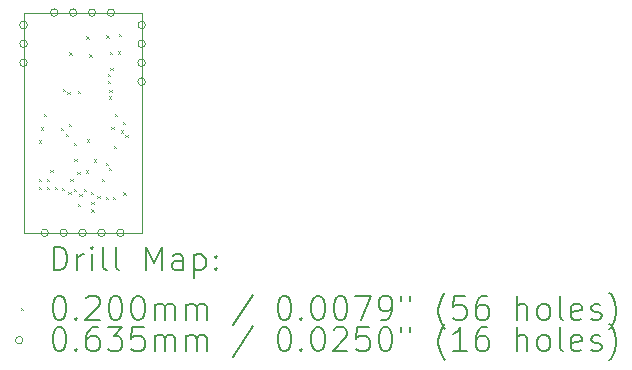
<source format=gbr>
%TF.GenerationSoftware,KiCad,Pcbnew,7.0.8*%
%TF.CreationDate,2024-02-17T11:30:54+00:00*%
%TF.ProjectId,uCoilDriver_I2C,75436f69-6c44-4726-9976-65725f493243,rev?*%
%TF.SameCoordinates,Original*%
%TF.FileFunction,Drillmap*%
%TF.FilePolarity,Positive*%
%FSLAX45Y45*%
G04 Gerber Fmt 4.5, Leading zero omitted, Abs format (unit mm)*
G04 Created by KiCad (PCBNEW 7.0.8) date 2024-02-17 11:30:54*
%MOMM*%
%LPD*%
G01*
G04 APERTURE LIST*
%ADD10C,0.100000*%
%ADD11C,0.200000*%
%ADD12C,0.020000*%
%ADD13C,0.063500*%
G04 APERTURE END LIST*
D10*
X7150160Y-10019600D02*
X7150600Y-8159600D01*
X7150600Y-8159600D02*
X8150600Y-8159600D01*
X8150160Y-10019600D02*
X7150160Y-10019600D01*
X8150600Y-8159600D02*
X8150160Y-10019600D01*
D11*
D12*
X7280000Y-9237500D02*
X7300000Y-9257500D01*
X7300000Y-9237500D02*
X7280000Y-9257500D01*
X7282000Y-9562000D02*
X7302000Y-9582000D01*
X7302000Y-9562000D02*
X7282000Y-9582000D01*
X7282000Y-9629000D02*
X7302000Y-9649000D01*
X7302000Y-9629000D02*
X7282000Y-9649000D01*
X7295000Y-9125000D02*
X7315000Y-9145000D01*
X7315000Y-9125000D02*
X7295000Y-9145000D01*
X7320050Y-9010000D02*
X7340050Y-9030000D01*
X7340050Y-9010000D02*
X7320050Y-9030000D01*
X7349000Y-9562000D02*
X7369000Y-9582000D01*
X7369000Y-9562000D02*
X7349000Y-9582000D01*
X7349000Y-9629000D02*
X7369000Y-9649000D01*
X7369000Y-9629000D02*
X7349000Y-9649000D01*
X7377500Y-9483750D02*
X7397500Y-9503750D01*
X7397500Y-9483750D02*
X7377500Y-9503750D01*
X7416000Y-9629000D02*
X7436000Y-9649000D01*
X7436000Y-9629000D02*
X7416000Y-9649000D01*
X7467418Y-9130098D02*
X7487418Y-9150098D01*
X7487418Y-9130098D02*
X7467418Y-9150098D01*
X7475000Y-9637450D02*
X7495000Y-9657450D01*
X7495000Y-9637450D02*
X7475000Y-9657450D01*
X7482500Y-8800000D02*
X7502500Y-8820000D01*
X7502500Y-8800000D02*
X7482500Y-8820000D01*
X7507225Y-9181419D02*
X7527225Y-9201419D01*
X7527225Y-9181419D02*
X7507225Y-9201419D01*
X7520000Y-8825000D02*
X7540000Y-8845000D01*
X7540000Y-8825000D02*
X7520000Y-8845000D01*
X7528114Y-9671837D02*
X7548114Y-9691837D01*
X7548114Y-9671837D02*
X7528114Y-9691837D01*
X7536000Y-9096000D02*
X7556000Y-9116000D01*
X7556000Y-9096000D02*
X7536000Y-9116000D01*
X7537500Y-8490000D02*
X7557500Y-8510000D01*
X7557500Y-8490000D02*
X7537500Y-8510000D01*
X7546551Y-9560658D02*
X7566551Y-9580658D01*
X7566551Y-9560658D02*
X7546551Y-9580658D01*
X7576286Y-9259147D02*
X7596286Y-9279147D01*
X7596286Y-9259147D02*
X7576286Y-9279147D01*
X7577500Y-9648350D02*
X7597500Y-9668350D01*
X7597500Y-9648350D02*
X7577500Y-9668350D01*
X7579571Y-9391050D02*
X7599571Y-9411050D01*
X7599571Y-9391050D02*
X7579571Y-9411050D01*
X7604150Y-9503259D02*
X7624150Y-9523259D01*
X7624150Y-9503259D02*
X7604150Y-9523259D01*
X7607500Y-8815000D02*
X7627500Y-8835000D01*
X7627500Y-8815000D02*
X7607500Y-8835000D01*
X7607500Y-9775800D02*
X7627500Y-9795800D01*
X7627500Y-9775800D02*
X7607500Y-9795800D01*
X7622377Y-9687345D02*
X7642377Y-9707345D01*
X7642377Y-9687345D02*
X7622377Y-9707345D01*
X7662500Y-9648350D02*
X7682500Y-9668350D01*
X7682500Y-9648350D02*
X7662500Y-9668350D01*
X7677258Y-9489742D02*
X7697258Y-9509742D01*
X7697258Y-9489742D02*
X7677258Y-9509742D01*
X7680824Y-8355050D02*
X7700824Y-8375050D01*
X7700824Y-8355050D02*
X7680824Y-8375050D01*
X7686286Y-9228531D02*
X7706286Y-9248531D01*
X7706286Y-9228531D02*
X7686286Y-9248531D01*
X7706000Y-8508000D02*
X7726000Y-8528000D01*
X7726000Y-8508000D02*
X7706000Y-8528000D01*
X7722000Y-9672000D02*
X7742000Y-9692000D01*
X7742000Y-9672000D02*
X7722000Y-9692000D01*
X7725000Y-9822000D02*
X7745000Y-9842000D01*
X7745000Y-9822000D02*
X7725000Y-9842000D01*
X7725177Y-9759496D02*
X7745177Y-9779496D01*
X7745177Y-9759496D02*
X7725177Y-9779496D01*
X7743666Y-9397443D02*
X7763666Y-9417443D01*
X7763666Y-9397443D02*
X7743666Y-9417443D01*
X7774000Y-9706000D02*
X7794000Y-9726000D01*
X7794000Y-9706000D02*
X7774000Y-9726000D01*
X7811119Y-9561101D02*
X7831119Y-9581101D01*
X7831119Y-9561101D02*
X7811119Y-9581101D01*
X7844950Y-9427000D02*
X7864950Y-9447000D01*
X7864950Y-9427000D02*
X7844950Y-9447000D01*
X7849000Y-9715000D02*
X7869000Y-9735000D01*
X7869000Y-9715000D02*
X7849000Y-9735000D01*
X7850000Y-8347500D02*
X7870000Y-8367500D01*
X7870000Y-8347500D02*
X7850000Y-8367500D01*
X7862450Y-8672403D02*
X7882450Y-8692403D01*
X7882450Y-8672403D02*
X7862450Y-8692403D01*
X7862450Y-8730000D02*
X7882450Y-8750000D01*
X7882450Y-8730000D02*
X7862450Y-8750000D01*
X7871163Y-9471026D02*
X7891163Y-9491026D01*
X7891163Y-9471026D02*
X7871163Y-9491026D01*
X7873546Y-8864672D02*
X7893546Y-8884672D01*
X7893546Y-8864672D02*
X7873546Y-8884672D01*
X7875050Y-8806340D02*
X7895050Y-8826340D01*
X7895050Y-8806340D02*
X7875050Y-8826340D01*
X7880000Y-8487500D02*
X7900000Y-8507500D01*
X7900000Y-8487500D02*
X7880000Y-8507500D01*
X7886025Y-8624970D02*
X7906025Y-8644970D01*
X7906025Y-8624970D02*
X7886025Y-8644970D01*
X7892500Y-9120000D02*
X7912500Y-9140000D01*
X7912500Y-9120000D02*
X7892500Y-9140000D01*
X7908000Y-9714000D02*
X7928000Y-9734000D01*
X7928000Y-9714000D02*
X7908000Y-9734000D01*
X7916448Y-9283552D02*
X7936448Y-9303552D01*
X7936448Y-9283552D02*
X7916448Y-9303552D01*
X7923559Y-9013559D02*
X7943559Y-9033559D01*
X7943559Y-9013559D02*
X7923559Y-9033559D01*
X7950000Y-8482500D02*
X7970000Y-8502500D01*
X7970000Y-8482500D02*
X7950000Y-8502500D01*
X7955000Y-8335000D02*
X7975000Y-8355000D01*
X7975000Y-8335000D02*
X7955000Y-8355000D01*
X7974672Y-9150328D02*
X7994672Y-9170328D01*
X7994672Y-9150328D02*
X7974672Y-9170328D01*
X7991441Y-9081441D02*
X8011441Y-9101441D01*
X8011441Y-9081441D02*
X7991441Y-9101441D01*
X7996550Y-9676000D02*
X8016550Y-9696000D01*
X8016550Y-9676000D02*
X7996550Y-9696000D01*
X8011760Y-9187415D02*
X8031760Y-9207415D01*
X8031760Y-9187415D02*
X8011760Y-9207415D01*
D13*
X7181750Y-8260000D02*
G75*
G03*
X7181750Y-8260000I-31750J0D01*
G01*
X7181750Y-8420000D02*
G75*
G03*
X7181750Y-8420000I-31750J0D01*
G01*
X7181750Y-8580020D02*
G75*
G03*
X7181750Y-8580020I-31750J0D01*
G01*
X7361710Y-10020000D02*
G75*
G03*
X7361710Y-10020000I-31750J0D01*
G01*
X7441710Y-8155000D02*
G75*
G03*
X7441710Y-8155000I-31750J0D01*
G01*
X7521730Y-10020000D02*
G75*
G03*
X7521730Y-10020000I-31750J0D01*
G01*
X7601730Y-8155000D02*
G75*
G03*
X7601730Y-8155000I-31750J0D01*
G01*
X7681750Y-10020000D02*
G75*
G03*
X7681750Y-10020000I-31750J0D01*
G01*
X7761750Y-8155000D02*
G75*
G03*
X7761750Y-8155000I-31750J0D01*
G01*
X7841770Y-10020000D02*
G75*
G03*
X7841770Y-10020000I-31750J0D01*
G01*
X7921750Y-8155000D02*
G75*
G03*
X7921750Y-8155000I-31750J0D01*
G01*
X8001710Y-10020000D02*
G75*
G03*
X8001710Y-10020000I-31750J0D01*
G01*
X8181750Y-8260000D02*
G75*
G03*
X8181750Y-8260000I-31750J0D01*
G01*
X8181750Y-8420000D02*
G75*
G03*
X8181750Y-8420000I-31750J0D01*
G01*
X8181750Y-8580020D02*
G75*
G03*
X8181750Y-8580020I-31750J0D01*
G01*
X8181750Y-8740040D02*
G75*
G03*
X8181750Y-8740040I-31750J0D01*
G01*
D11*
X7405937Y-10336084D02*
X7405937Y-10136084D01*
X7405937Y-10136084D02*
X7453556Y-10136084D01*
X7453556Y-10136084D02*
X7482127Y-10145608D01*
X7482127Y-10145608D02*
X7501175Y-10164655D01*
X7501175Y-10164655D02*
X7510699Y-10183703D01*
X7510699Y-10183703D02*
X7520222Y-10221798D01*
X7520222Y-10221798D02*
X7520222Y-10250370D01*
X7520222Y-10250370D02*
X7510699Y-10288465D01*
X7510699Y-10288465D02*
X7501175Y-10307512D01*
X7501175Y-10307512D02*
X7482127Y-10326560D01*
X7482127Y-10326560D02*
X7453556Y-10336084D01*
X7453556Y-10336084D02*
X7405937Y-10336084D01*
X7605937Y-10336084D02*
X7605937Y-10202750D01*
X7605937Y-10240846D02*
X7615461Y-10221798D01*
X7615461Y-10221798D02*
X7624984Y-10212274D01*
X7624984Y-10212274D02*
X7644032Y-10202750D01*
X7644032Y-10202750D02*
X7663080Y-10202750D01*
X7729746Y-10336084D02*
X7729746Y-10202750D01*
X7729746Y-10136084D02*
X7720222Y-10145608D01*
X7720222Y-10145608D02*
X7729746Y-10155131D01*
X7729746Y-10155131D02*
X7739270Y-10145608D01*
X7739270Y-10145608D02*
X7729746Y-10136084D01*
X7729746Y-10136084D02*
X7729746Y-10155131D01*
X7853556Y-10336084D02*
X7834508Y-10326560D01*
X7834508Y-10326560D02*
X7824984Y-10307512D01*
X7824984Y-10307512D02*
X7824984Y-10136084D01*
X7958318Y-10336084D02*
X7939270Y-10326560D01*
X7939270Y-10326560D02*
X7929746Y-10307512D01*
X7929746Y-10307512D02*
X7929746Y-10136084D01*
X8186889Y-10336084D02*
X8186889Y-10136084D01*
X8186889Y-10136084D02*
X8253556Y-10278941D01*
X8253556Y-10278941D02*
X8320222Y-10136084D01*
X8320222Y-10136084D02*
X8320222Y-10336084D01*
X8501175Y-10336084D02*
X8501175Y-10231322D01*
X8501175Y-10231322D02*
X8491651Y-10212274D01*
X8491651Y-10212274D02*
X8472604Y-10202750D01*
X8472604Y-10202750D02*
X8434508Y-10202750D01*
X8434508Y-10202750D02*
X8415461Y-10212274D01*
X8501175Y-10326560D02*
X8482127Y-10336084D01*
X8482127Y-10336084D02*
X8434508Y-10336084D01*
X8434508Y-10336084D02*
X8415461Y-10326560D01*
X8415461Y-10326560D02*
X8405937Y-10307512D01*
X8405937Y-10307512D02*
X8405937Y-10288465D01*
X8405937Y-10288465D02*
X8415461Y-10269417D01*
X8415461Y-10269417D02*
X8434508Y-10259893D01*
X8434508Y-10259893D02*
X8482127Y-10259893D01*
X8482127Y-10259893D02*
X8501175Y-10250370D01*
X8596413Y-10202750D02*
X8596413Y-10402750D01*
X8596413Y-10212274D02*
X8615461Y-10202750D01*
X8615461Y-10202750D02*
X8653556Y-10202750D01*
X8653556Y-10202750D02*
X8672604Y-10212274D01*
X8672604Y-10212274D02*
X8682127Y-10221798D01*
X8682127Y-10221798D02*
X8691651Y-10240846D01*
X8691651Y-10240846D02*
X8691651Y-10297989D01*
X8691651Y-10297989D02*
X8682127Y-10317036D01*
X8682127Y-10317036D02*
X8672604Y-10326560D01*
X8672604Y-10326560D02*
X8653556Y-10336084D01*
X8653556Y-10336084D02*
X8615461Y-10336084D01*
X8615461Y-10336084D02*
X8596413Y-10326560D01*
X8777365Y-10317036D02*
X8786889Y-10326560D01*
X8786889Y-10326560D02*
X8777365Y-10336084D01*
X8777365Y-10336084D02*
X8767842Y-10326560D01*
X8767842Y-10326560D02*
X8777365Y-10317036D01*
X8777365Y-10317036D02*
X8777365Y-10336084D01*
X8777365Y-10212274D02*
X8786889Y-10221798D01*
X8786889Y-10221798D02*
X8777365Y-10231322D01*
X8777365Y-10231322D02*
X8767842Y-10221798D01*
X8767842Y-10221798D02*
X8777365Y-10212274D01*
X8777365Y-10212274D02*
X8777365Y-10231322D01*
D12*
X7125160Y-10654600D02*
X7145160Y-10674600D01*
X7145160Y-10654600D02*
X7125160Y-10674600D01*
D11*
X7444032Y-10556084D02*
X7463080Y-10556084D01*
X7463080Y-10556084D02*
X7482127Y-10565608D01*
X7482127Y-10565608D02*
X7491651Y-10575131D01*
X7491651Y-10575131D02*
X7501175Y-10594179D01*
X7501175Y-10594179D02*
X7510699Y-10632274D01*
X7510699Y-10632274D02*
X7510699Y-10679893D01*
X7510699Y-10679893D02*
X7501175Y-10717989D01*
X7501175Y-10717989D02*
X7491651Y-10737036D01*
X7491651Y-10737036D02*
X7482127Y-10746560D01*
X7482127Y-10746560D02*
X7463080Y-10756084D01*
X7463080Y-10756084D02*
X7444032Y-10756084D01*
X7444032Y-10756084D02*
X7424984Y-10746560D01*
X7424984Y-10746560D02*
X7415461Y-10737036D01*
X7415461Y-10737036D02*
X7405937Y-10717989D01*
X7405937Y-10717989D02*
X7396413Y-10679893D01*
X7396413Y-10679893D02*
X7396413Y-10632274D01*
X7396413Y-10632274D02*
X7405937Y-10594179D01*
X7405937Y-10594179D02*
X7415461Y-10575131D01*
X7415461Y-10575131D02*
X7424984Y-10565608D01*
X7424984Y-10565608D02*
X7444032Y-10556084D01*
X7596413Y-10737036D02*
X7605937Y-10746560D01*
X7605937Y-10746560D02*
X7596413Y-10756084D01*
X7596413Y-10756084D02*
X7586889Y-10746560D01*
X7586889Y-10746560D02*
X7596413Y-10737036D01*
X7596413Y-10737036D02*
X7596413Y-10756084D01*
X7682127Y-10575131D02*
X7691651Y-10565608D01*
X7691651Y-10565608D02*
X7710699Y-10556084D01*
X7710699Y-10556084D02*
X7758318Y-10556084D01*
X7758318Y-10556084D02*
X7777365Y-10565608D01*
X7777365Y-10565608D02*
X7786889Y-10575131D01*
X7786889Y-10575131D02*
X7796413Y-10594179D01*
X7796413Y-10594179D02*
X7796413Y-10613227D01*
X7796413Y-10613227D02*
X7786889Y-10641798D01*
X7786889Y-10641798D02*
X7672603Y-10756084D01*
X7672603Y-10756084D02*
X7796413Y-10756084D01*
X7920222Y-10556084D02*
X7939270Y-10556084D01*
X7939270Y-10556084D02*
X7958318Y-10565608D01*
X7958318Y-10565608D02*
X7967842Y-10575131D01*
X7967842Y-10575131D02*
X7977365Y-10594179D01*
X7977365Y-10594179D02*
X7986889Y-10632274D01*
X7986889Y-10632274D02*
X7986889Y-10679893D01*
X7986889Y-10679893D02*
X7977365Y-10717989D01*
X7977365Y-10717989D02*
X7967842Y-10737036D01*
X7967842Y-10737036D02*
X7958318Y-10746560D01*
X7958318Y-10746560D02*
X7939270Y-10756084D01*
X7939270Y-10756084D02*
X7920222Y-10756084D01*
X7920222Y-10756084D02*
X7901175Y-10746560D01*
X7901175Y-10746560D02*
X7891651Y-10737036D01*
X7891651Y-10737036D02*
X7882127Y-10717989D01*
X7882127Y-10717989D02*
X7872603Y-10679893D01*
X7872603Y-10679893D02*
X7872603Y-10632274D01*
X7872603Y-10632274D02*
X7882127Y-10594179D01*
X7882127Y-10594179D02*
X7891651Y-10575131D01*
X7891651Y-10575131D02*
X7901175Y-10565608D01*
X7901175Y-10565608D02*
X7920222Y-10556084D01*
X8110699Y-10556084D02*
X8129746Y-10556084D01*
X8129746Y-10556084D02*
X8148794Y-10565608D01*
X8148794Y-10565608D02*
X8158318Y-10575131D01*
X8158318Y-10575131D02*
X8167842Y-10594179D01*
X8167842Y-10594179D02*
X8177365Y-10632274D01*
X8177365Y-10632274D02*
X8177365Y-10679893D01*
X8177365Y-10679893D02*
X8167842Y-10717989D01*
X8167842Y-10717989D02*
X8158318Y-10737036D01*
X8158318Y-10737036D02*
X8148794Y-10746560D01*
X8148794Y-10746560D02*
X8129746Y-10756084D01*
X8129746Y-10756084D02*
X8110699Y-10756084D01*
X8110699Y-10756084D02*
X8091651Y-10746560D01*
X8091651Y-10746560D02*
X8082127Y-10737036D01*
X8082127Y-10737036D02*
X8072603Y-10717989D01*
X8072603Y-10717989D02*
X8063080Y-10679893D01*
X8063080Y-10679893D02*
X8063080Y-10632274D01*
X8063080Y-10632274D02*
X8072603Y-10594179D01*
X8072603Y-10594179D02*
X8082127Y-10575131D01*
X8082127Y-10575131D02*
X8091651Y-10565608D01*
X8091651Y-10565608D02*
X8110699Y-10556084D01*
X8263080Y-10756084D02*
X8263080Y-10622750D01*
X8263080Y-10641798D02*
X8272603Y-10632274D01*
X8272603Y-10632274D02*
X8291651Y-10622750D01*
X8291651Y-10622750D02*
X8320223Y-10622750D01*
X8320223Y-10622750D02*
X8339270Y-10632274D01*
X8339270Y-10632274D02*
X8348794Y-10651322D01*
X8348794Y-10651322D02*
X8348794Y-10756084D01*
X8348794Y-10651322D02*
X8358318Y-10632274D01*
X8358318Y-10632274D02*
X8377365Y-10622750D01*
X8377365Y-10622750D02*
X8405937Y-10622750D01*
X8405937Y-10622750D02*
X8424985Y-10632274D01*
X8424985Y-10632274D02*
X8434508Y-10651322D01*
X8434508Y-10651322D02*
X8434508Y-10756084D01*
X8529746Y-10756084D02*
X8529746Y-10622750D01*
X8529746Y-10641798D02*
X8539270Y-10632274D01*
X8539270Y-10632274D02*
X8558318Y-10622750D01*
X8558318Y-10622750D02*
X8586889Y-10622750D01*
X8586889Y-10622750D02*
X8605937Y-10632274D01*
X8605937Y-10632274D02*
X8615461Y-10651322D01*
X8615461Y-10651322D02*
X8615461Y-10756084D01*
X8615461Y-10651322D02*
X8624985Y-10632274D01*
X8624985Y-10632274D02*
X8644032Y-10622750D01*
X8644032Y-10622750D02*
X8672604Y-10622750D01*
X8672604Y-10622750D02*
X8691651Y-10632274D01*
X8691651Y-10632274D02*
X8701175Y-10651322D01*
X8701175Y-10651322D02*
X8701175Y-10756084D01*
X9091651Y-10546560D02*
X8920223Y-10803703D01*
X9348794Y-10556084D02*
X9367842Y-10556084D01*
X9367842Y-10556084D02*
X9386889Y-10565608D01*
X9386889Y-10565608D02*
X9396413Y-10575131D01*
X9396413Y-10575131D02*
X9405937Y-10594179D01*
X9405937Y-10594179D02*
X9415461Y-10632274D01*
X9415461Y-10632274D02*
X9415461Y-10679893D01*
X9415461Y-10679893D02*
X9405937Y-10717989D01*
X9405937Y-10717989D02*
X9396413Y-10737036D01*
X9396413Y-10737036D02*
X9386889Y-10746560D01*
X9386889Y-10746560D02*
X9367842Y-10756084D01*
X9367842Y-10756084D02*
X9348794Y-10756084D01*
X9348794Y-10756084D02*
X9329747Y-10746560D01*
X9329747Y-10746560D02*
X9320223Y-10737036D01*
X9320223Y-10737036D02*
X9310699Y-10717989D01*
X9310699Y-10717989D02*
X9301175Y-10679893D01*
X9301175Y-10679893D02*
X9301175Y-10632274D01*
X9301175Y-10632274D02*
X9310699Y-10594179D01*
X9310699Y-10594179D02*
X9320223Y-10575131D01*
X9320223Y-10575131D02*
X9329747Y-10565608D01*
X9329747Y-10565608D02*
X9348794Y-10556084D01*
X9501175Y-10737036D02*
X9510699Y-10746560D01*
X9510699Y-10746560D02*
X9501175Y-10756084D01*
X9501175Y-10756084D02*
X9491651Y-10746560D01*
X9491651Y-10746560D02*
X9501175Y-10737036D01*
X9501175Y-10737036D02*
X9501175Y-10756084D01*
X9634508Y-10556084D02*
X9653556Y-10556084D01*
X9653556Y-10556084D02*
X9672604Y-10565608D01*
X9672604Y-10565608D02*
X9682128Y-10575131D01*
X9682128Y-10575131D02*
X9691651Y-10594179D01*
X9691651Y-10594179D02*
X9701175Y-10632274D01*
X9701175Y-10632274D02*
X9701175Y-10679893D01*
X9701175Y-10679893D02*
X9691651Y-10717989D01*
X9691651Y-10717989D02*
X9682128Y-10737036D01*
X9682128Y-10737036D02*
X9672604Y-10746560D01*
X9672604Y-10746560D02*
X9653556Y-10756084D01*
X9653556Y-10756084D02*
X9634508Y-10756084D01*
X9634508Y-10756084D02*
X9615461Y-10746560D01*
X9615461Y-10746560D02*
X9605937Y-10737036D01*
X9605937Y-10737036D02*
X9596413Y-10717989D01*
X9596413Y-10717989D02*
X9586889Y-10679893D01*
X9586889Y-10679893D02*
X9586889Y-10632274D01*
X9586889Y-10632274D02*
X9596413Y-10594179D01*
X9596413Y-10594179D02*
X9605937Y-10575131D01*
X9605937Y-10575131D02*
X9615461Y-10565608D01*
X9615461Y-10565608D02*
X9634508Y-10556084D01*
X9824985Y-10556084D02*
X9844032Y-10556084D01*
X9844032Y-10556084D02*
X9863080Y-10565608D01*
X9863080Y-10565608D02*
X9872604Y-10575131D01*
X9872604Y-10575131D02*
X9882128Y-10594179D01*
X9882128Y-10594179D02*
X9891651Y-10632274D01*
X9891651Y-10632274D02*
X9891651Y-10679893D01*
X9891651Y-10679893D02*
X9882128Y-10717989D01*
X9882128Y-10717989D02*
X9872604Y-10737036D01*
X9872604Y-10737036D02*
X9863080Y-10746560D01*
X9863080Y-10746560D02*
X9844032Y-10756084D01*
X9844032Y-10756084D02*
X9824985Y-10756084D01*
X9824985Y-10756084D02*
X9805937Y-10746560D01*
X9805937Y-10746560D02*
X9796413Y-10737036D01*
X9796413Y-10737036D02*
X9786889Y-10717989D01*
X9786889Y-10717989D02*
X9777366Y-10679893D01*
X9777366Y-10679893D02*
X9777366Y-10632274D01*
X9777366Y-10632274D02*
X9786889Y-10594179D01*
X9786889Y-10594179D02*
X9796413Y-10575131D01*
X9796413Y-10575131D02*
X9805937Y-10565608D01*
X9805937Y-10565608D02*
X9824985Y-10556084D01*
X9958318Y-10556084D02*
X10091651Y-10556084D01*
X10091651Y-10556084D02*
X10005937Y-10756084D01*
X10177366Y-10756084D02*
X10215461Y-10756084D01*
X10215461Y-10756084D02*
X10234509Y-10746560D01*
X10234509Y-10746560D02*
X10244032Y-10737036D01*
X10244032Y-10737036D02*
X10263080Y-10708465D01*
X10263080Y-10708465D02*
X10272604Y-10670370D01*
X10272604Y-10670370D02*
X10272604Y-10594179D01*
X10272604Y-10594179D02*
X10263080Y-10575131D01*
X10263080Y-10575131D02*
X10253556Y-10565608D01*
X10253556Y-10565608D02*
X10234509Y-10556084D01*
X10234509Y-10556084D02*
X10196413Y-10556084D01*
X10196413Y-10556084D02*
X10177366Y-10565608D01*
X10177366Y-10565608D02*
X10167842Y-10575131D01*
X10167842Y-10575131D02*
X10158318Y-10594179D01*
X10158318Y-10594179D02*
X10158318Y-10641798D01*
X10158318Y-10641798D02*
X10167842Y-10660846D01*
X10167842Y-10660846D02*
X10177366Y-10670370D01*
X10177366Y-10670370D02*
X10196413Y-10679893D01*
X10196413Y-10679893D02*
X10234509Y-10679893D01*
X10234509Y-10679893D02*
X10253556Y-10670370D01*
X10253556Y-10670370D02*
X10263080Y-10660846D01*
X10263080Y-10660846D02*
X10272604Y-10641798D01*
X10348794Y-10556084D02*
X10348794Y-10594179D01*
X10424985Y-10556084D02*
X10424985Y-10594179D01*
X10720223Y-10832274D02*
X10710699Y-10822750D01*
X10710699Y-10822750D02*
X10691651Y-10794179D01*
X10691651Y-10794179D02*
X10682128Y-10775131D01*
X10682128Y-10775131D02*
X10672604Y-10746560D01*
X10672604Y-10746560D02*
X10663080Y-10698941D01*
X10663080Y-10698941D02*
X10663080Y-10660846D01*
X10663080Y-10660846D02*
X10672604Y-10613227D01*
X10672604Y-10613227D02*
X10682128Y-10584655D01*
X10682128Y-10584655D02*
X10691651Y-10565608D01*
X10691651Y-10565608D02*
X10710699Y-10537036D01*
X10710699Y-10537036D02*
X10720223Y-10527512D01*
X10891651Y-10556084D02*
X10796413Y-10556084D01*
X10796413Y-10556084D02*
X10786890Y-10651322D01*
X10786890Y-10651322D02*
X10796413Y-10641798D01*
X10796413Y-10641798D02*
X10815461Y-10632274D01*
X10815461Y-10632274D02*
X10863080Y-10632274D01*
X10863080Y-10632274D02*
X10882128Y-10641798D01*
X10882128Y-10641798D02*
X10891651Y-10651322D01*
X10891651Y-10651322D02*
X10901175Y-10670370D01*
X10901175Y-10670370D02*
X10901175Y-10717989D01*
X10901175Y-10717989D02*
X10891651Y-10737036D01*
X10891651Y-10737036D02*
X10882128Y-10746560D01*
X10882128Y-10746560D02*
X10863080Y-10756084D01*
X10863080Y-10756084D02*
X10815461Y-10756084D01*
X10815461Y-10756084D02*
X10796413Y-10746560D01*
X10796413Y-10746560D02*
X10786890Y-10737036D01*
X11072604Y-10556084D02*
X11034509Y-10556084D01*
X11034509Y-10556084D02*
X11015461Y-10565608D01*
X11015461Y-10565608D02*
X11005937Y-10575131D01*
X11005937Y-10575131D02*
X10986890Y-10603703D01*
X10986890Y-10603703D02*
X10977366Y-10641798D01*
X10977366Y-10641798D02*
X10977366Y-10717989D01*
X10977366Y-10717989D02*
X10986890Y-10737036D01*
X10986890Y-10737036D02*
X10996413Y-10746560D01*
X10996413Y-10746560D02*
X11015461Y-10756084D01*
X11015461Y-10756084D02*
X11053556Y-10756084D01*
X11053556Y-10756084D02*
X11072604Y-10746560D01*
X11072604Y-10746560D02*
X11082128Y-10737036D01*
X11082128Y-10737036D02*
X11091651Y-10717989D01*
X11091651Y-10717989D02*
X11091651Y-10670370D01*
X11091651Y-10670370D02*
X11082128Y-10651322D01*
X11082128Y-10651322D02*
X11072604Y-10641798D01*
X11072604Y-10641798D02*
X11053556Y-10632274D01*
X11053556Y-10632274D02*
X11015461Y-10632274D01*
X11015461Y-10632274D02*
X10996413Y-10641798D01*
X10996413Y-10641798D02*
X10986890Y-10651322D01*
X10986890Y-10651322D02*
X10977366Y-10670370D01*
X11329747Y-10756084D02*
X11329747Y-10556084D01*
X11415461Y-10756084D02*
X11415461Y-10651322D01*
X11415461Y-10651322D02*
X11405937Y-10632274D01*
X11405937Y-10632274D02*
X11386890Y-10622750D01*
X11386890Y-10622750D02*
X11358318Y-10622750D01*
X11358318Y-10622750D02*
X11339270Y-10632274D01*
X11339270Y-10632274D02*
X11329747Y-10641798D01*
X11539270Y-10756084D02*
X11520223Y-10746560D01*
X11520223Y-10746560D02*
X11510699Y-10737036D01*
X11510699Y-10737036D02*
X11501175Y-10717989D01*
X11501175Y-10717989D02*
X11501175Y-10660846D01*
X11501175Y-10660846D02*
X11510699Y-10641798D01*
X11510699Y-10641798D02*
X11520223Y-10632274D01*
X11520223Y-10632274D02*
X11539270Y-10622750D01*
X11539270Y-10622750D02*
X11567842Y-10622750D01*
X11567842Y-10622750D02*
X11586890Y-10632274D01*
X11586890Y-10632274D02*
X11596413Y-10641798D01*
X11596413Y-10641798D02*
X11605937Y-10660846D01*
X11605937Y-10660846D02*
X11605937Y-10717989D01*
X11605937Y-10717989D02*
X11596413Y-10737036D01*
X11596413Y-10737036D02*
X11586890Y-10746560D01*
X11586890Y-10746560D02*
X11567842Y-10756084D01*
X11567842Y-10756084D02*
X11539270Y-10756084D01*
X11720223Y-10756084D02*
X11701175Y-10746560D01*
X11701175Y-10746560D02*
X11691651Y-10727512D01*
X11691651Y-10727512D02*
X11691651Y-10556084D01*
X11872604Y-10746560D02*
X11853556Y-10756084D01*
X11853556Y-10756084D02*
X11815461Y-10756084D01*
X11815461Y-10756084D02*
X11796413Y-10746560D01*
X11796413Y-10746560D02*
X11786890Y-10727512D01*
X11786890Y-10727512D02*
X11786890Y-10651322D01*
X11786890Y-10651322D02*
X11796413Y-10632274D01*
X11796413Y-10632274D02*
X11815461Y-10622750D01*
X11815461Y-10622750D02*
X11853556Y-10622750D01*
X11853556Y-10622750D02*
X11872604Y-10632274D01*
X11872604Y-10632274D02*
X11882128Y-10651322D01*
X11882128Y-10651322D02*
X11882128Y-10670370D01*
X11882128Y-10670370D02*
X11786890Y-10689417D01*
X11958318Y-10746560D02*
X11977366Y-10756084D01*
X11977366Y-10756084D02*
X12015461Y-10756084D01*
X12015461Y-10756084D02*
X12034509Y-10746560D01*
X12034509Y-10746560D02*
X12044032Y-10727512D01*
X12044032Y-10727512D02*
X12044032Y-10717989D01*
X12044032Y-10717989D02*
X12034509Y-10698941D01*
X12034509Y-10698941D02*
X12015461Y-10689417D01*
X12015461Y-10689417D02*
X11986890Y-10689417D01*
X11986890Y-10689417D02*
X11967842Y-10679893D01*
X11967842Y-10679893D02*
X11958318Y-10660846D01*
X11958318Y-10660846D02*
X11958318Y-10651322D01*
X11958318Y-10651322D02*
X11967842Y-10632274D01*
X11967842Y-10632274D02*
X11986890Y-10622750D01*
X11986890Y-10622750D02*
X12015461Y-10622750D01*
X12015461Y-10622750D02*
X12034509Y-10632274D01*
X12110699Y-10832274D02*
X12120223Y-10822750D01*
X12120223Y-10822750D02*
X12139271Y-10794179D01*
X12139271Y-10794179D02*
X12148794Y-10775131D01*
X12148794Y-10775131D02*
X12158318Y-10746560D01*
X12158318Y-10746560D02*
X12167842Y-10698941D01*
X12167842Y-10698941D02*
X12167842Y-10660846D01*
X12167842Y-10660846D02*
X12158318Y-10613227D01*
X12158318Y-10613227D02*
X12148794Y-10584655D01*
X12148794Y-10584655D02*
X12139271Y-10565608D01*
X12139271Y-10565608D02*
X12120223Y-10537036D01*
X12120223Y-10537036D02*
X12110699Y-10527512D01*
D13*
X7145160Y-10928600D02*
G75*
G03*
X7145160Y-10928600I-31750J0D01*
G01*
D11*
X7444032Y-10820084D02*
X7463080Y-10820084D01*
X7463080Y-10820084D02*
X7482127Y-10829608D01*
X7482127Y-10829608D02*
X7491651Y-10839131D01*
X7491651Y-10839131D02*
X7501175Y-10858179D01*
X7501175Y-10858179D02*
X7510699Y-10896274D01*
X7510699Y-10896274D02*
X7510699Y-10943893D01*
X7510699Y-10943893D02*
X7501175Y-10981989D01*
X7501175Y-10981989D02*
X7491651Y-11001036D01*
X7491651Y-11001036D02*
X7482127Y-11010560D01*
X7482127Y-11010560D02*
X7463080Y-11020084D01*
X7463080Y-11020084D02*
X7444032Y-11020084D01*
X7444032Y-11020084D02*
X7424984Y-11010560D01*
X7424984Y-11010560D02*
X7415461Y-11001036D01*
X7415461Y-11001036D02*
X7405937Y-10981989D01*
X7405937Y-10981989D02*
X7396413Y-10943893D01*
X7396413Y-10943893D02*
X7396413Y-10896274D01*
X7396413Y-10896274D02*
X7405937Y-10858179D01*
X7405937Y-10858179D02*
X7415461Y-10839131D01*
X7415461Y-10839131D02*
X7424984Y-10829608D01*
X7424984Y-10829608D02*
X7444032Y-10820084D01*
X7596413Y-11001036D02*
X7605937Y-11010560D01*
X7605937Y-11010560D02*
X7596413Y-11020084D01*
X7596413Y-11020084D02*
X7586889Y-11010560D01*
X7586889Y-11010560D02*
X7596413Y-11001036D01*
X7596413Y-11001036D02*
X7596413Y-11020084D01*
X7777365Y-10820084D02*
X7739270Y-10820084D01*
X7739270Y-10820084D02*
X7720222Y-10829608D01*
X7720222Y-10829608D02*
X7710699Y-10839131D01*
X7710699Y-10839131D02*
X7691651Y-10867703D01*
X7691651Y-10867703D02*
X7682127Y-10905798D01*
X7682127Y-10905798D02*
X7682127Y-10981989D01*
X7682127Y-10981989D02*
X7691651Y-11001036D01*
X7691651Y-11001036D02*
X7701175Y-11010560D01*
X7701175Y-11010560D02*
X7720222Y-11020084D01*
X7720222Y-11020084D02*
X7758318Y-11020084D01*
X7758318Y-11020084D02*
X7777365Y-11010560D01*
X7777365Y-11010560D02*
X7786889Y-11001036D01*
X7786889Y-11001036D02*
X7796413Y-10981989D01*
X7796413Y-10981989D02*
X7796413Y-10934370D01*
X7796413Y-10934370D02*
X7786889Y-10915322D01*
X7786889Y-10915322D02*
X7777365Y-10905798D01*
X7777365Y-10905798D02*
X7758318Y-10896274D01*
X7758318Y-10896274D02*
X7720222Y-10896274D01*
X7720222Y-10896274D02*
X7701175Y-10905798D01*
X7701175Y-10905798D02*
X7691651Y-10915322D01*
X7691651Y-10915322D02*
X7682127Y-10934370D01*
X7863080Y-10820084D02*
X7986889Y-10820084D01*
X7986889Y-10820084D02*
X7920222Y-10896274D01*
X7920222Y-10896274D02*
X7948794Y-10896274D01*
X7948794Y-10896274D02*
X7967842Y-10905798D01*
X7967842Y-10905798D02*
X7977365Y-10915322D01*
X7977365Y-10915322D02*
X7986889Y-10934370D01*
X7986889Y-10934370D02*
X7986889Y-10981989D01*
X7986889Y-10981989D02*
X7977365Y-11001036D01*
X7977365Y-11001036D02*
X7967842Y-11010560D01*
X7967842Y-11010560D02*
X7948794Y-11020084D01*
X7948794Y-11020084D02*
X7891651Y-11020084D01*
X7891651Y-11020084D02*
X7872603Y-11010560D01*
X7872603Y-11010560D02*
X7863080Y-11001036D01*
X8167842Y-10820084D02*
X8072603Y-10820084D01*
X8072603Y-10820084D02*
X8063080Y-10915322D01*
X8063080Y-10915322D02*
X8072603Y-10905798D01*
X8072603Y-10905798D02*
X8091651Y-10896274D01*
X8091651Y-10896274D02*
X8139270Y-10896274D01*
X8139270Y-10896274D02*
X8158318Y-10905798D01*
X8158318Y-10905798D02*
X8167842Y-10915322D01*
X8167842Y-10915322D02*
X8177365Y-10934370D01*
X8177365Y-10934370D02*
X8177365Y-10981989D01*
X8177365Y-10981989D02*
X8167842Y-11001036D01*
X8167842Y-11001036D02*
X8158318Y-11010560D01*
X8158318Y-11010560D02*
X8139270Y-11020084D01*
X8139270Y-11020084D02*
X8091651Y-11020084D01*
X8091651Y-11020084D02*
X8072603Y-11010560D01*
X8072603Y-11010560D02*
X8063080Y-11001036D01*
X8263080Y-11020084D02*
X8263080Y-10886750D01*
X8263080Y-10905798D02*
X8272603Y-10896274D01*
X8272603Y-10896274D02*
X8291651Y-10886750D01*
X8291651Y-10886750D02*
X8320223Y-10886750D01*
X8320223Y-10886750D02*
X8339270Y-10896274D01*
X8339270Y-10896274D02*
X8348794Y-10915322D01*
X8348794Y-10915322D02*
X8348794Y-11020084D01*
X8348794Y-10915322D02*
X8358318Y-10896274D01*
X8358318Y-10896274D02*
X8377365Y-10886750D01*
X8377365Y-10886750D02*
X8405937Y-10886750D01*
X8405937Y-10886750D02*
X8424985Y-10896274D01*
X8424985Y-10896274D02*
X8434508Y-10915322D01*
X8434508Y-10915322D02*
X8434508Y-11020084D01*
X8529746Y-11020084D02*
X8529746Y-10886750D01*
X8529746Y-10905798D02*
X8539270Y-10896274D01*
X8539270Y-10896274D02*
X8558318Y-10886750D01*
X8558318Y-10886750D02*
X8586889Y-10886750D01*
X8586889Y-10886750D02*
X8605937Y-10896274D01*
X8605937Y-10896274D02*
X8615461Y-10915322D01*
X8615461Y-10915322D02*
X8615461Y-11020084D01*
X8615461Y-10915322D02*
X8624985Y-10896274D01*
X8624985Y-10896274D02*
X8644032Y-10886750D01*
X8644032Y-10886750D02*
X8672604Y-10886750D01*
X8672604Y-10886750D02*
X8691651Y-10896274D01*
X8691651Y-10896274D02*
X8701175Y-10915322D01*
X8701175Y-10915322D02*
X8701175Y-11020084D01*
X9091651Y-10810560D02*
X8920223Y-11067703D01*
X9348794Y-10820084D02*
X9367842Y-10820084D01*
X9367842Y-10820084D02*
X9386889Y-10829608D01*
X9386889Y-10829608D02*
X9396413Y-10839131D01*
X9396413Y-10839131D02*
X9405937Y-10858179D01*
X9405937Y-10858179D02*
X9415461Y-10896274D01*
X9415461Y-10896274D02*
X9415461Y-10943893D01*
X9415461Y-10943893D02*
X9405937Y-10981989D01*
X9405937Y-10981989D02*
X9396413Y-11001036D01*
X9396413Y-11001036D02*
X9386889Y-11010560D01*
X9386889Y-11010560D02*
X9367842Y-11020084D01*
X9367842Y-11020084D02*
X9348794Y-11020084D01*
X9348794Y-11020084D02*
X9329747Y-11010560D01*
X9329747Y-11010560D02*
X9320223Y-11001036D01*
X9320223Y-11001036D02*
X9310699Y-10981989D01*
X9310699Y-10981989D02*
X9301175Y-10943893D01*
X9301175Y-10943893D02*
X9301175Y-10896274D01*
X9301175Y-10896274D02*
X9310699Y-10858179D01*
X9310699Y-10858179D02*
X9320223Y-10839131D01*
X9320223Y-10839131D02*
X9329747Y-10829608D01*
X9329747Y-10829608D02*
X9348794Y-10820084D01*
X9501175Y-11001036D02*
X9510699Y-11010560D01*
X9510699Y-11010560D02*
X9501175Y-11020084D01*
X9501175Y-11020084D02*
X9491651Y-11010560D01*
X9491651Y-11010560D02*
X9501175Y-11001036D01*
X9501175Y-11001036D02*
X9501175Y-11020084D01*
X9634508Y-10820084D02*
X9653556Y-10820084D01*
X9653556Y-10820084D02*
X9672604Y-10829608D01*
X9672604Y-10829608D02*
X9682128Y-10839131D01*
X9682128Y-10839131D02*
X9691651Y-10858179D01*
X9691651Y-10858179D02*
X9701175Y-10896274D01*
X9701175Y-10896274D02*
X9701175Y-10943893D01*
X9701175Y-10943893D02*
X9691651Y-10981989D01*
X9691651Y-10981989D02*
X9682128Y-11001036D01*
X9682128Y-11001036D02*
X9672604Y-11010560D01*
X9672604Y-11010560D02*
X9653556Y-11020084D01*
X9653556Y-11020084D02*
X9634508Y-11020084D01*
X9634508Y-11020084D02*
X9615461Y-11010560D01*
X9615461Y-11010560D02*
X9605937Y-11001036D01*
X9605937Y-11001036D02*
X9596413Y-10981989D01*
X9596413Y-10981989D02*
X9586889Y-10943893D01*
X9586889Y-10943893D02*
X9586889Y-10896274D01*
X9586889Y-10896274D02*
X9596413Y-10858179D01*
X9596413Y-10858179D02*
X9605937Y-10839131D01*
X9605937Y-10839131D02*
X9615461Y-10829608D01*
X9615461Y-10829608D02*
X9634508Y-10820084D01*
X9777366Y-10839131D02*
X9786889Y-10829608D01*
X9786889Y-10829608D02*
X9805937Y-10820084D01*
X9805937Y-10820084D02*
X9853556Y-10820084D01*
X9853556Y-10820084D02*
X9872604Y-10829608D01*
X9872604Y-10829608D02*
X9882128Y-10839131D01*
X9882128Y-10839131D02*
X9891651Y-10858179D01*
X9891651Y-10858179D02*
X9891651Y-10877227D01*
X9891651Y-10877227D02*
X9882128Y-10905798D01*
X9882128Y-10905798D02*
X9767842Y-11020084D01*
X9767842Y-11020084D02*
X9891651Y-11020084D01*
X10072604Y-10820084D02*
X9977366Y-10820084D01*
X9977366Y-10820084D02*
X9967842Y-10915322D01*
X9967842Y-10915322D02*
X9977366Y-10905798D01*
X9977366Y-10905798D02*
X9996413Y-10896274D01*
X9996413Y-10896274D02*
X10044032Y-10896274D01*
X10044032Y-10896274D02*
X10063080Y-10905798D01*
X10063080Y-10905798D02*
X10072604Y-10915322D01*
X10072604Y-10915322D02*
X10082128Y-10934370D01*
X10082128Y-10934370D02*
X10082128Y-10981989D01*
X10082128Y-10981989D02*
X10072604Y-11001036D01*
X10072604Y-11001036D02*
X10063080Y-11010560D01*
X10063080Y-11010560D02*
X10044032Y-11020084D01*
X10044032Y-11020084D02*
X9996413Y-11020084D01*
X9996413Y-11020084D02*
X9977366Y-11010560D01*
X9977366Y-11010560D02*
X9967842Y-11001036D01*
X10205937Y-10820084D02*
X10224985Y-10820084D01*
X10224985Y-10820084D02*
X10244032Y-10829608D01*
X10244032Y-10829608D02*
X10253556Y-10839131D01*
X10253556Y-10839131D02*
X10263080Y-10858179D01*
X10263080Y-10858179D02*
X10272604Y-10896274D01*
X10272604Y-10896274D02*
X10272604Y-10943893D01*
X10272604Y-10943893D02*
X10263080Y-10981989D01*
X10263080Y-10981989D02*
X10253556Y-11001036D01*
X10253556Y-11001036D02*
X10244032Y-11010560D01*
X10244032Y-11010560D02*
X10224985Y-11020084D01*
X10224985Y-11020084D02*
X10205937Y-11020084D01*
X10205937Y-11020084D02*
X10186889Y-11010560D01*
X10186889Y-11010560D02*
X10177366Y-11001036D01*
X10177366Y-11001036D02*
X10167842Y-10981989D01*
X10167842Y-10981989D02*
X10158318Y-10943893D01*
X10158318Y-10943893D02*
X10158318Y-10896274D01*
X10158318Y-10896274D02*
X10167842Y-10858179D01*
X10167842Y-10858179D02*
X10177366Y-10839131D01*
X10177366Y-10839131D02*
X10186889Y-10829608D01*
X10186889Y-10829608D02*
X10205937Y-10820084D01*
X10348794Y-10820084D02*
X10348794Y-10858179D01*
X10424985Y-10820084D02*
X10424985Y-10858179D01*
X10720223Y-11096274D02*
X10710699Y-11086750D01*
X10710699Y-11086750D02*
X10691651Y-11058179D01*
X10691651Y-11058179D02*
X10682128Y-11039131D01*
X10682128Y-11039131D02*
X10672604Y-11010560D01*
X10672604Y-11010560D02*
X10663080Y-10962941D01*
X10663080Y-10962941D02*
X10663080Y-10924846D01*
X10663080Y-10924846D02*
X10672604Y-10877227D01*
X10672604Y-10877227D02*
X10682128Y-10848655D01*
X10682128Y-10848655D02*
X10691651Y-10829608D01*
X10691651Y-10829608D02*
X10710699Y-10801036D01*
X10710699Y-10801036D02*
X10720223Y-10791512D01*
X10901175Y-11020084D02*
X10786890Y-11020084D01*
X10844032Y-11020084D02*
X10844032Y-10820084D01*
X10844032Y-10820084D02*
X10824985Y-10848655D01*
X10824985Y-10848655D02*
X10805937Y-10867703D01*
X10805937Y-10867703D02*
X10786890Y-10877227D01*
X11072604Y-10820084D02*
X11034509Y-10820084D01*
X11034509Y-10820084D02*
X11015461Y-10829608D01*
X11015461Y-10829608D02*
X11005937Y-10839131D01*
X11005937Y-10839131D02*
X10986890Y-10867703D01*
X10986890Y-10867703D02*
X10977366Y-10905798D01*
X10977366Y-10905798D02*
X10977366Y-10981989D01*
X10977366Y-10981989D02*
X10986890Y-11001036D01*
X10986890Y-11001036D02*
X10996413Y-11010560D01*
X10996413Y-11010560D02*
X11015461Y-11020084D01*
X11015461Y-11020084D02*
X11053556Y-11020084D01*
X11053556Y-11020084D02*
X11072604Y-11010560D01*
X11072604Y-11010560D02*
X11082128Y-11001036D01*
X11082128Y-11001036D02*
X11091651Y-10981989D01*
X11091651Y-10981989D02*
X11091651Y-10934370D01*
X11091651Y-10934370D02*
X11082128Y-10915322D01*
X11082128Y-10915322D02*
X11072604Y-10905798D01*
X11072604Y-10905798D02*
X11053556Y-10896274D01*
X11053556Y-10896274D02*
X11015461Y-10896274D01*
X11015461Y-10896274D02*
X10996413Y-10905798D01*
X10996413Y-10905798D02*
X10986890Y-10915322D01*
X10986890Y-10915322D02*
X10977366Y-10934370D01*
X11329747Y-11020084D02*
X11329747Y-10820084D01*
X11415461Y-11020084D02*
X11415461Y-10915322D01*
X11415461Y-10915322D02*
X11405937Y-10896274D01*
X11405937Y-10896274D02*
X11386890Y-10886750D01*
X11386890Y-10886750D02*
X11358318Y-10886750D01*
X11358318Y-10886750D02*
X11339270Y-10896274D01*
X11339270Y-10896274D02*
X11329747Y-10905798D01*
X11539270Y-11020084D02*
X11520223Y-11010560D01*
X11520223Y-11010560D02*
X11510699Y-11001036D01*
X11510699Y-11001036D02*
X11501175Y-10981989D01*
X11501175Y-10981989D02*
X11501175Y-10924846D01*
X11501175Y-10924846D02*
X11510699Y-10905798D01*
X11510699Y-10905798D02*
X11520223Y-10896274D01*
X11520223Y-10896274D02*
X11539270Y-10886750D01*
X11539270Y-10886750D02*
X11567842Y-10886750D01*
X11567842Y-10886750D02*
X11586890Y-10896274D01*
X11586890Y-10896274D02*
X11596413Y-10905798D01*
X11596413Y-10905798D02*
X11605937Y-10924846D01*
X11605937Y-10924846D02*
X11605937Y-10981989D01*
X11605937Y-10981989D02*
X11596413Y-11001036D01*
X11596413Y-11001036D02*
X11586890Y-11010560D01*
X11586890Y-11010560D02*
X11567842Y-11020084D01*
X11567842Y-11020084D02*
X11539270Y-11020084D01*
X11720223Y-11020084D02*
X11701175Y-11010560D01*
X11701175Y-11010560D02*
X11691651Y-10991512D01*
X11691651Y-10991512D02*
X11691651Y-10820084D01*
X11872604Y-11010560D02*
X11853556Y-11020084D01*
X11853556Y-11020084D02*
X11815461Y-11020084D01*
X11815461Y-11020084D02*
X11796413Y-11010560D01*
X11796413Y-11010560D02*
X11786890Y-10991512D01*
X11786890Y-10991512D02*
X11786890Y-10915322D01*
X11786890Y-10915322D02*
X11796413Y-10896274D01*
X11796413Y-10896274D02*
X11815461Y-10886750D01*
X11815461Y-10886750D02*
X11853556Y-10886750D01*
X11853556Y-10886750D02*
X11872604Y-10896274D01*
X11872604Y-10896274D02*
X11882128Y-10915322D01*
X11882128Y-10915322D02*
X11882128Y-10934370D01*
X11882128Y-10934370D02*
X11786890Y-10953417D01*
X11958318Y-11010560D02*
X11977366Y-11020084D01*
X11977366Y-11020084D02*
X12015461Y-11020084D01*
X12015461Y-11020084D02*
X12034509Y-11010560D01*
X12034509Y-11010560D02*
X12044032Y-10991512D01*
X12044032Y-10991512D02*
X12044032Y-10981989D01*
X12044032Y-10981989D02*
X12034509Y-10962941D01*
X12034509Y-10962941D02*
X12015461Y-10953417D01*
X12015461Y-10953417D02*
X11986890Y-10953417D01*
X11986890Y-10953417D02*
X11967842Y-10943893D01*
X11967842Y-10943893D02*
X11958318Y-10924846D01*
X11958318Y-10924846D02*
X11958318Y-10915322D01*
X11958318Y-10915322D02*
X11967842Y-10896274D01*
X11967842Y-10896274D02*
X11986890Y-10886750D01*
X11986890Y-10886750D02*
X12015461Y-10886750D01*
X12015461Y-10886750D02*
X12034509Y-10896274D01*
X12110699Y-11096274D02*
X12120223Y-11086750D01*
X12120223Y-11086750D02*
X12139271Y-11058179D01*
X12139271Y-11058179D02*
X12148794Y-11039131D01*
X12148794Y-11039131D02*
X12158318Y-11010560D01*
X12158318Y-11010560D02*
X12167842Y-10962941D01*
X12167842Y-10962941D02*
X12167842Y-10924846D01*
X12167842Y-10924846D02*
X12158318Y-10877227D01*
X12158318Y-10877227D02*
X12148794Y-10848655D01*
X12148794Y-10848655D02*
X12139271Y-10829608D01*
X12139271Y-10829608D02*
X12120223Y-10801036D01*
X12120223Y-10801036D02*
X12110699Y-10791512D01*
M02*

</source>
